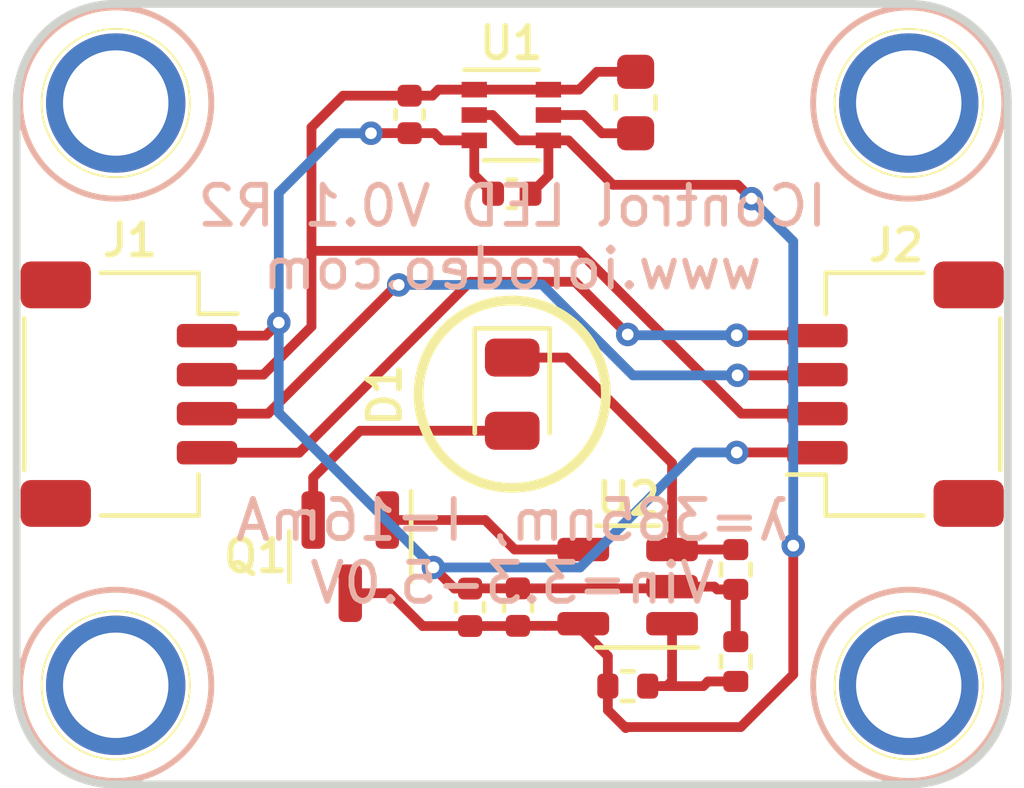
<source format=kicad_pcb>
(kicad_pcb (version 20221018) (generator pcbnew)
  (layers (0 "F.Cu" signal) (31 "B.Cu" signal) (34 "B.Paste" user) (35 "F.Paste" user) (36 "B.SilkS" user "B.Silkscreen") (37 "F.SilkS" user "F.Silkscreen") (38 "B.Mask" user) (39 "F.Mask" user) (44 "Edge.Cuts" user))
  (net 0 "")
  (net 1 "GND")
  (net 2 "/VIN")
  (net 3 "/VL")
  (net 4 "/SCL")
  (net 5 "/SDA")
  (net 6 "/5V")
  (net 7 "Net-(D1-K)")
  (net 8 "Net-(D1-A)")
  (net 9 "Net-(Q1-B)")
  (net 10 "/Vset")
  (footprint "custom_mount_hole:MountingHole_2.5mm_Pad" (layer "F.Cu") (at 52.54 52.54)
    (fp_text reference "M1" hide)
    (fp_text value "MountingHole_2.5mm_Pad" hide)
    (fp_circle (center 0 0) (end 2.45 0) (stroke (width 0.15)) (fill none) (layer "B.SilkS"))
    (fp_circle (center 0 0) (end 1.9 0) (stroke (width 0.05)) (fill none) (layer "F.SilkS"))
    (fp_circle (center 0 0) (end 2.45 0) (stroke (width 0.15)) (fill none) (layer "F.SilkS"))
    (pad "~" thru_hole circle (at 0 0) (size 3.57 3.57) (drill 2.7) (layers "*.Cu" "*.Mask"))
  )
  (footprint "custom_mount_hole:MountingHole_2.5mm_Pad" (layer "F.Cu") (at 72.86 52.54)
    (fp_text reference "M2" hide)
    (fp_text value "MountingHole_2.5mm_Pad" hide)
    (fp_circle (center 0 0) (end 2.45 0) (stroke (width 0.15)) (fill none) (layer "B.SilkS"))
    (fp_circle (center 0 0) (end 1.9 0) (stroke (width 0.05)) (fill none) (layer "F.SilkS"))
    (fp_circle (center 0 0) (end 2.45 0) (stroke (width 0.15)) (fill none) (layer "F.SilkS"))
    (pad "~" thru_hole circle (at 0 0) (size 3.57 3.57) (drill 2.7) (layers "*.Cu" "*.Mask"))
  )
  (footprint "custom_mount_hole:MountingHole_2.5mm_Pad" (layer "F.Cu") (at 72.86 67.46)
    (fp_text reference "M3" hide)
    (fp_text value "MountingHole_2.5mm_Pad" hide)
    (fp_circle (center 0 0) (end 2.45 0) (stroke (width 0.15)) (fill none) (layer "B.SilkS"))
    (fp_circle (center 0 0) (end 1.9 0) (stroke (width 0.05)) (fill none) (layer "F.SilkS"))
    (fp_circle (center 0 0) (end 2.45 0) (stroke (width 0.15)) (fill none) (layer "F.SilkS"))
    (pad "~" thru_hole circle (at 0 0) (size 3.57 3.57) (drill 2.7) (layers "*.Cu" "*.Mask"))
  )
  (footprint "custom_mount_hole:MountingHole_2.5mm_Pad" (layer "F.Cu") (at 52.54 67.46)
    (fp_text reference "M4" hide)
    (fp_text value "MountingHole_2.5mm_Pad" hide)
    (fp_circle (center 0 0) (end 2.45 0) (stroke (width 0.15)) (fill none) (layer "B.SilkS"))
    (fp_circle (center 0 0) (end 1.9 0) (stroke (width 0.05)) (fill none) (layer "F.SilkS"))
    (fp_circle (center 0 0) (end 2.45 0) (stroke (width 0.15)) (fill none) (layer "F.SilkS"))
    (pad "~" thru_hole circle (at 0 0) (size 3.57 3.57) (drill 2.7) (layers "*.Cu" "*.Mask"))
  )
  (footprint "LED_SMD:LED_0805_2012Metric" (layer "F.Cu") (at 62.7 60 -90)
    (fp_text reference "D1" (at 0.0202 3.264 -90) (layer "F.SilkS") (effects (font (size 0.8 0.8))))
    (fp_text value "LED" hide)
    (fp_line (start -1.685 -0.96) (end -1.685 0.96) (stroke (width 0.12)) (layer "F.SilkS"))
    (fp_line (start -1.685 0.96) (end 1 0.96) (stroke (width 0.12)) (layer "F.SilkS"))
    (fp_line (start 1 -0.96) (end -1.685 -0.96) (stroke (width 0.12)) (layer "F.SilkS"))
    (pad "1" smd roundrect (at -0.9375 0 270) (size 0.975 1.4) (layers "F.Cu" "F.Paste" "F.Mask") (net 7 "Net-(D1-K)"))
    (pad "2" smd roundrect (at 0.9375 0 270) (size 0.975 1.4) (layers "F.Cu" "F.Paste" "F.Mask") (net 8 "Net-(D1-A)"))
  )
  (footprint "JST_SH_SM04B_custom:JST_SH_SM04B-SRSS-TB_1x04-1MP_P1.00mm_Horizontal" (layer "F.Cu") (at 52.88 60 -90)
    (fp_text reference "J1" (at -3.9422 -0.0298) (layer "F.SilkS") (effects (font (size 0.8 0.8))))
    (fp_text value "Conn_01x04" hide)
    (fp_line (start -3.11 -1.785) (end -2.06 -1.785) (stroke (width 0.12)) (layer "F.SilkS"))
    (fp_line (start -3.11 0.715) (end -3.11 -1.785) (stroke (width 0.12)) (layer "F.SilkS"))
    (fp_line (start -2.06 -1.785) (end -2.06 -2.775) (stroke (width 0.12)) (layer "F.SilkS"))
    (fp_line (start -1.94 2.685) (end 1.94 2.685) (stroke (width 0.12)) (layer "F.SilkS"))
    (fp_line (start 3.11 -1.785) (end 2.06 -1.785) (stroke (width 0.12)) (layer "F.SilkS"))
    (fp_line (start 3.11 0.715) (end 3.11 -1.785) (stroke (width 0.12)) (layer "F.SilkS"))
    (pad "1" smd roundrect (at -1.5 -2 270) (size 0.6 1.55) (layers "F.Cu" "F.Paste" "F.Mask") (net 1 "GND"))
    (pad "2" smd roundrect (at -0.5 -2 270) (size 0.6 1.55) (layers "F.Cu" "F.Paste" "F.Mask") (net 2 "/VIN"))
    (pad "3" smd roundrect (at 0.5 -2 270) (size 0.6 1.55) (layers "F.Cu" "F.Paste" "F.Mask") (net 5 "/SDA"))
    (pad "4" smd roundrect (at 1.5 -2 270) (size 0.6 1.55) (layers "F.Cu" "F.Paste" "F.Mask") (net 4 "/SCL"))
    (pad "MP" smd roundrect (at -2.8 1.875 270) (size 1.2 1.8) (layers "F.Cu" "F.Paste" "F.Mask") (roundrect_rratio 0.2083333333))
    (pad "MP" smd roundrect (at 2.8 1.875 270) (size 1.2 1.8) (layers "F.Cu" "F.Paste" "F.Mask") (roundrect_rratio 0.2083333333))
  )
  (footprint "JST_SH_SM04B_custom:JST_SH_SM04B-SRSS-TB_1x04-1MP_P1.00mm_Horizontal" (layer "F.Cu") (at 72.52 60 90)
    (fp_text reference "J2" (at 3.8152 0.0208 180) (layer "F.SilkS") (effects (font (size 0.8 0.8))))
    (fp_text value "Conn_01x04" hide)
    (fp_line (start -3.11 -1.785) (end -2.06 -1.785) (stroke (width 0.12)) (layer "F.SilkS"))
    (fp_line (start -3.11 0.715) (end -3.11 -1.785) (stroke (width 0.12)) (layer "F.SilkS"))
    (fp_line (start -2.06 -1.785) (end -2.06 -2.775) (stroke (width 0.12)) (layer "F.SilkS"))
    (fp_line (start -1.94 2.685) (end 1.94 2.685) (stroke (width 0.12)) (layer "F.SilkS"))
    (fp_line (start 3.11 -1.785) (end 2.06 -1.785) (stroke (width 0.12)) (layer "F.SilkS"))
    (fp_line (start 3.11 0.715) (end 3.11 -1.785) (stroke (width 0.12)) (layer "F.SilkS"))
    (pad "1" smd roundrect (at -1.5 -2 90) (size 0.6 1.55) (layers "F.Cu" "F.Paste" "F.Mask") (net 1 "GND"))
    (pad "2" smd roundrect (at -0.5 -2 90) (size 0.6 1.55) (layers "F.Cu" "F.Paste" "F.Mask") (net 2 "/VIN"))
    (pad "3" smd roundrect (at 0.5 -2 90) (size 0.6 1.55) (layers "F.Cu" "F.Paste" "F.Mask") (net 5 "/SDA"))
    (pad "4" smd roundrect (at 1.5 -2 90) (size 0.6 1.55) (layers "F.Cu" "F.Paste" "F.Mask") (net 4 "/SCL"))
    (pad "MP" smd roundrect (at -2.8 1.875 90) (size 1.2 1.8) (layers "F.Cu" "F.Paste" "F.Mask") (roundrect_rratio 0.2083333333))
    (pad "MP" smd roundrect (at 2.8 1.875 90) (size 1.2 1.8) (layers "F.Cu" "F.Paste" "F.Mask") (roundrect_rratio 0.2083333333))
  )
  (footprint "Resistor_SMD:R_0402_1005Metric" (layer "F.Cu") (at 68.4276 64.4926 -90)
    (fp_text reference "R1" hide)
    (fp_text value "10" hide)
    (fp_line (start -0.153641 -0.38) (end 0.153641 -0.38) (stroke (width 0.12)) (layer "F.SilkS"))
    (fp_line (start -0.153641 0.38) (end 0.153641 0.38) (stroke (width 0.12)) (layer "F.SilkS"))
    (pad "1" smd roundrect (at -0.51 0 270) (size 0.54 0.64) (layers "F.Cu" "F.Paste" "F.Mask") (net 7 "Net-(D1-K)"))
    (pad "2" smd roundrect (at 0.51 0 270) (size 0.54 0.64) (layers "F.Cu" "F.Paste" "F.Mask") (net 1 "GND"))
  )
  (footprint "Package_TO_SOT_SMD:SOT-23-5" (layer "F.Cu") (at 65.6577 64.931 180)
    (fp_text reference "U2" (at -0.0125 2.25) (layer "F.SilkS") (effects (font (size 0.8 0.8) (thickness 0.15) bold)))
    (fp_text value "LMV321")
    (fp_line (start 0 -1.56) (end -1.8 -1.56) (stroke (width 0.12)) (layer "F.SilkS"))
    (fp_line (start 0 -1.56) (end 0.8 -1.56) (stroke (width 0.12)) (layer "F.SilkS"))
    (fp_line (start 0 1.56) (end -0.8 1.56) (stroke (width 0.12)) (layer "F.SilkS"))
    (fp_line (start 0 1.56) (end 0.8 1.56) (stroke (width 0.12)) (layer "F.SilkS"))
    (pad "1" smd roundrect (at -1.1375 -0.95 180) (size 1.325 0.6) (layers "F.Cu" "F.Paste" "F.Mask") (net 10 "/Vset"))
    (pad "2" smd roundrect (at -1.1375 0 180) (size 1.325 0.6) (layers "F.Cu" "F.Paste" "F.Mask") (net 1 "GND"))
    (pad "3" smd roundrect (at -1.1375 0.95 180) (size 1.325 0.6) (layers "F.Cu" "F.Paste" "F.Mask") (net 7 "Net-(D1-K)"))
    (pad "4" smd roundrect (at 1.1375 0.95 180) (size 1.325 0.6) (layers "F.Cu" "F.Paste" "F.Mask") (net 9 "Net-(Q1-B)"))
    (pad "5" smd roundrect (at 1.1375 -0.95 180) (size 1.325 0.6) (layers "F.Cu" "F.Paste" "F.Mask") (net 6 "/5V"))
  )
  (footprint "Capacitor_SMD:C_0402_1005Metric" (layer "F.Cu") (at 62.8452 65.456 90)
    (fp_text reference "C3" hide)
    (fp_text value "0.1uF" hide)
    (fp_line (start -0.107836 -0.36) (end 0.107836 -0.36) (stroke (width 0.12)) (layer "F.SilkS"))
    (fp_line (start -0.107836 0.36) (end 0.107836 0.36) (stroke (width 0.12)) (layer "F.SilkS"))
    (pad "1" smd roundrect (at -0.48 0 90) (size 0.56 0.62) (layers "F.Cu" "F.Paste" "F.Mask") (net 6 "/5V"))
    (pad "2" smd roundrect (at 0.48 0 90) (size 0.56 0.62) (layers "F.Cu" "F.Paste" "F.Mask") (net 1 "GND"))
  )
  (footprint "Resistor_SMD:R_0402_1005Metric" (layer "F.Cu") (at 68.4276 66.8508 90)
    (fp_text reference "R3" hide)
    (fp_text value "1k" hide)
    (fp_line (start -0.153641 -0.38) (end 0.153641 -0.38) (stroke (width 0.12)) (layer "F.SilkS"))
    (fp_line (start -0.153641 0.38) (end 0.153641 0.38) (stroke (width 0.12)) (layer "F.SilkS"))
    (pad "1" smd roundrect (at -0.51 0 90) (size 0.54 0.64) (layers "F.Cu" "F.Paste" "F.Mask") (net 10 "/Vset"))
    (pad "2" smd roundrect (at 0.51 0 90) (size 0.54 0.64) (layers "F.Cu" "F.Paste" "F.Mask") (net 1 "GND"))
  )
  (footprint "Inductor_SMD:L_0603_1608Metric" (layer "F.Cu") (at 65.8622 52.5272 -90)
    (fp_text reference "L1" hide)
    (fp_text value "4.7uF" hide)
    (fp_line (start -0.162779 -0.51) (end 0.162779 -0.51) (stroke (width 0.12)) (layer "F.SilkS"))
    (fp_line (start -0.162779 0.51) (end 0.162779 0.51) (stroke (width 0.12)) (layer "F.SilkS"))
    (pad "1" smd roundrect (at -0.7875 0 270) (size 0.875 0.95) (layers "F.Cu" "F.Paste" "F.Mask") (net 2 "/VIN"))
    (pad "2" smd roundrect (at 0.7875 0 270) (size 0.875 0.95) (layers "F.Cu" "F.Paste" "F.Mask") (net 3 "/VL"))
  )
  (footprint "Resistor_SMD:R_0402_1005Metric" (layer "F.Cu") (at 65.6602 67.481)
    (fp_text reference "R2" hide)
    (fp_text value "30k" hide)
    (fp_line (start -0.153641 -0.38) (end 0.153641 -0.38) (stroke (width 0.12)) (layer "F.SilkS"))
    (fp_line (start -0.153641 0.38) (end 0.153641 0.38) (stroke (width 0.12)) (layer "F.SilkS"))
    (pad "1" smd roundrect (at -0.51 0) (size 0.54 0.64) (layers "F.Cu" "F.Paste" "F.Mask") (net 6 "/5V"))
    (pad "2" smd roundrect (at 0.51 0) (size 0.54 0.64) (layers "F.Cu" "F.Paste" "F.Mask") (net 10 "/Vset"))
  )
  (footprint "Capacitor_SMD:C_0402_1005Metric" (layer "F.Cu") (at 60.071 52.832 90)
    (fp_text reference "C1" hide)
    (fp_text value "10uF" hide)
    (fp_line (start -0.107836 -0.36) (end 0.107836 -0.36) (stroke (width 0.12)) (layer "F.SilkS"))
    (fp_line (start -0.107836 0.36) (end 0.107836 0.36) (stroke (width 0.12)) (layer "F.SilkS"))
    (pad "1" smd roundrect (at -0.48 0 90) (size 0.56 0.62) (layers "F.Cu" "F.Paste" "F.Mask") (net 1 "GND"))
    (pad "2" smd roundrect (at 0.48 0 90) (size 0.56 0.62) (layers "F.Cu" "F.Paste" "F.Mask") (net 2 "/VIN"))
  )
  (footprint "Package_TO_SOT_SMD:SOT-363_SC-70-6" (layer "F.Cu") (at 62.677 52.847)
    (fp_text reference "U1" (at 0 -1.8438) (layer "F.SilkS") (effects (font (size 0.8 0.8))))
    (fp_text value "TPS61222DCK" hide)
    (fp_line (start -0.7 1.16) (end 0.7 1.16) (stroke (width 0.12)) (layer "F.SilkS"))
    (fp_line (start 0.7 -1.16) (end -1.2 -1.16) (stroke (width 0.12)) (layer "F.SilkS"))
    (pad "1" smd rect (at -0.95 -0.65) (size 0.65 0.4) (layers "F.Cu" "F.Paste" "F.Mask") (net 2 "/VIN"))
    (pad "2" smd rect (at -0.95 0) (size 0.65 0.4) (layers "F.Cu" "F.Paste" "F.Mask") (net 6 "/5V"))
    (pad "3" smd rect (at -0.95 0.65) (size 0.65 0.4) (layers "F.Cu" "F.Paste" "F.Mask") (net 1 "GND"))
    (pad "4" smd rect (at 0.95 0.65) (size 0.65 0.4) (layers "F.Cu" "F.Paste" "F.Mask") (net 6 "/5V"))
    (pad "5" smd rect (at 0.95 0) (size 0.65 0.4) (layers "F.Cu" "F.Paste" "F.Mask") (net 3 "/VL"))
    (pad "6" smd rect (at 0.95 -0.65) (size 0.65 0.4) (layers "F.Cu" "F.Paste" "F.Mask") (net 2 "/VIN"))
  )
  (footprint "Capacitor_SMD:C_0402_1005Metric" (layer "F.Cu") (at 61.6202 65.461 90)
    (fp_text reference "C4" hide)
    (fp_text value "10uF" hide)
    (fp_line (start -0.107836 -0.36) (end 0.107836 -0.36) (stroke (width 0.12)) (layer "F.SilkS"))
    (fp_line (start -0.107836 0.36) (end 0.107836 0.36) (stroke (width 0.12)) (layer "F.SilkS"))
    (pad "1" smd roundrect (at -0.48 0 90) (size 0.56 0.62) (layers "F.Cu" "F.Paste" "F.Mask") (net 6 "/5V"))
    (pad "2" smd roundrect (at 0.48 0 90) (size 0.56 0.62) (layers "F.Cu" "F.Paste" "F.Mask") (net 1 "GND"))
  )
  (footprint "Package_TO_SOT_SMD:SOT-23" (layer "F.Cu") (at 58.55 64.1625 -90)
    (fp_text reference "Q1" (at -0.0125 2.425 -180) (layer "F.SilkS") (effects (font (size 0.8 0.8) (thickness 0.15) bold)))
    (fp_text value "MMBT5551L" hide)
    (fp_line (start 0 -1.56) (end -1.675 -1.56) (stroke (width 0.12)) (layer "F.SilkS"))
    (fp_line (start 0 -1.56) (end 0.65 -1.56) (stroke (width 0.12)) (layer "F.SilkS"))
    (fp_line (start 0 1.56) (end -0.65 1.56) (stroke (width 0.12)) (layer "F.SilkS"))
    (fp_line (start 0 1.56) (end 0.65 1.56) (stroke (width 0.12)) (layer "F.SilkS"))
    (pad "1" smd roundrect (at -0.9375 -0.95 270) (size 1.475 0.6) (layers "F.Cu" "F.Paste" "F.Mask") (net 9 "Net-(Q1-B)"))
    (pad "2" smd roundrect (at -0.9375 0.95 270) (size 1.475 0.6) (layers "F.Cu" "F.Paste" "F.Mask") (net 8 "Net-(D1-A)"))
    (pad "3" smd roundrect (at 0.9375 0 270) (size 1.475 0.6) (layers "F.Cu" "F.Paste" "F.Mask") (net 6 "/5V"))
  )
  (footprint "Capacitor_SMD:C_0402_1005Metric" (layer "F.Cu") (at 62.6898 54.864)
    (fp_text reference "C2" hide)
    (fp_text value "10uF" hide)
    (fp_line (start -0.107836 -0.36) (end 0.107836 -0.36) (stroke (width 0.12)) (layer "F.SilkS"))
    (fp_line (start -0.107836 0.36) (end 0.107836 0.36) (stroke (width 0.12)) (layer "F.SilkS"))
    (pad "1" smd roundrect (at -0.48 0) (size 0.56 0.62) (layers "F.Cu" "F.Paste" "F.Mask") (net 1 "GND"))
    (pad "2" smd roundrect (at 0.48 0) (size 0.56 0.62) (layers "F.Cu" "F.Paste" "F.Mask") (net 6 "/5V"))
  )
  (gr_circle (center 62.7 60) (end 65.1 60) (stroke (width 0.25)) (fill none) (layer "F.SilkS"))
  (gr_arc (start 72.9 50) (mid 74.667767 50.732233) (end 75.4 52.5) (stroke (width 0.2)) (layer "Edge.Cuts"))
  (gr_arc (start 52.5 70) (mid 50.732233 69.267767) (end 50 67.5) (stroke (width 0.2)) (layer "Edge.Cuts"))
  (gr_line (start 52.5 50) (end 72.9 50) (stroke (width 0.2)) (layer "Edge.Cuts"))
  (gr_arc (start 50 52.5) (mid 50.732233 50.732233) (end 52.5 50) (stroke (width 0.2)) (layer "Edge.Cuts"))
  (gr_arc (start 75.4 67.5) (mid 74.667767 69.267767) (end 72.9 70) (stroke (width 0.2)) (layer "Edge.Cuts"))
  (gr_line (start 50 52.5) (end 50 67.5) (stroke (width 0.2)) (layer "Edge.Cuts"))
  (gr_line (start 52.5 70) (end 72.9 70) (stroke (width 0.2)) (layer "Edge.Cuts"))
  (gr_line (start 75.4 52.5) (end 75.4 67.5) (stroke (width 0.2)) (layer "Edge.Cuts"))
  (gr_text "IControl LED V0.1 R2\nwww.iorodeo.com\n\n\n\nλ=385nm, I=16mA\nVin=3.3-5.0V" (at 62.7 60.01) (layer "B.SilkS") (effects (font (size 1 1)) (justify mirror)))
  (segment (start 61.2218 64.981) (end 60.6806 64.4398) (width 0.25) (layer "F.Cu") (net 1))
  (segment (start 68.4276 65.0026) (end 68.4276 66.3408) (width 0.25) (layer "F.Cu") (net 1))
  (segment (start 60.071 53.312) (end 60.7034 53.312) (width 0.25) (layer "F.Cu") (net 1))
  (segment (start 60.7034 53.312) (end 60.8884 53.497) (width 0.25) (layer "F.Cu") (net 1))
  (segment (start 62.8452 64.976) (end 61.6252 64.976) (width 0.25) (layer "F.Cu") (net 1))
  (segment (start 68.4276 65.0026) (end 67.949 65.0026) (width 0.25) (layer "F.Cu") (net 1))
  (segment (start 70.3134 61.4934) (end 70.32 61.5) (width 0.25) (layer "F.Cu") (net 1))
  (segment (start 62.8452 64.976) (end 63.9452 64.976) (width 0.25) (layer "F.Cu") (net 1))
  (segment (start 67.949 65.0026) (end 67.8774 64.931) (width 0.25) (layer "F.Cu") (net 1))
  (segment (start 68.453 61.4934) (end 70.4134 61.4934) (width 0.25) (layer "F.Cu") (net 1))
  (segment (start 59.083 53.312) (end 59.0804 53.3146) (width 0.25) (layer "F.Cu") (net 1))
  (segment (start 56.3842 58.5) (end 54.98 58.5) (width 0.25) (layer "F.Cu") (net 1))
  (segment (start 70.4134 61.4934) (end 70.42 61.5) (width 0.25) (layer "F.Cu") (net 1))
  (segment (start 56.3842 58.5) (end 56.7182 58.166) (width 0.25) (layer "F.Cu") (net 1))
  (segment (start 70.7684 61.4934) (end 70.775 61.5) (width 0.25) (layer "F.Cu") (net 1))
  (segment (start 70.3634 61.4934) (end 70.37 61.5) (width 0.25) (layer "F.Cu") (net 1))
  (segment (start 61.727 54.3812) (end 62.2098 54.864) (width 0.25) (layer "F.Cu") (net 1))
  (segment (start 61.6202 64.981) (end 61.2218 64.981) (width 0.25) (layer "F.Cu") (net 1))
  (segment (start 66.7502 64.976) (end 66.7952 64.931) (width 0.25) (layer "F.Cu") (net 1))
  (segment (start 60.8884 53.497) (end 61.727 53.497) (width 0.25) (layer "F.Cu") (net 1))
  (segment (start 67.8774 64.931) (end 66.7952 64.931) (width 0.25) (layer "F.Cu") (net 1))
  (segment (start 60.071 53.312) (end 59.083 53.312) (width 0.25) (layer "F.Cu") (net 1))
  (segment (start 61.727 53.497) (end 61.727 54.3812) (width 0.25) (layer "F.Cu") (net 1))
  (segment (start 63.9452 64.976) (end 66.7502 64.976) (width 0.25) (layer "F.Cu") (net 1))
  (segment (start 61.6252 64.976) (end 61.6202 64.981) (width 0.25) (layer "F.Cu") (net 1))
  (via (at 60.6806 64.4398) (size 0.6) (drill 0.3) (layers "F.Cu" "B.Cu") (net 1))
  (via (at 56.7182 58.166) (size 0.6) (drill 0.3) (layers "F.Cu" "B.Cu") (net 1))
  (via (at 59.0804 53.3146) (size 0.6) (drill 0.3) (layers "F.Cu" "B.Cu") (net 1))
  (via (at 68.453 61.4934) (size 0.6) (drill 0.3) (layers "F.Cu" "B.Cu") (net 1))
  (segment (start 67.3862 61.4934) (end 68.453 61.4934) (width 0.25) (layer "B.Cu") (net 1))
  (segment (start 56.7182 54.8386) (end 58.2422 53.3146) (width 0.25) (layer "B.Cu") (net 1))
  (segment (start 60.6806 64.4398) (end 64.4398 64.4398) (width 0.25) (layer "B.Cu") (net 1))
  (segment (start 64.4398 64.4398) (end 67.3862 61.4934) (width 0.25) (layer "B.Cu") (net 1))
  (segment (start 56.7182 60.4774) (end 60.6806 64.4398) (width 0.25) (layer "B.Cu") (net 1))
  (segment (start 58.2422 53.3146) (end 59.0804 53.3146) (width 0.25) (layer "B.Cu") (net 1))
  (segment (start 56.7182 58.166) (end 56.7182 54.8386) (width 0.25) (layer "B.Cu") (net 1))
  (segment (start 56.7182 58.166) (end 56.7182 60.4774) (width 0.25) (layer "B.Cu") (net 1))
  (segment (start 60.6526 52.352) (end 60.8076 52.197) (width 0.25) (layer "F.Cu") (net 2))
  (segment (start 60.071 52.352) (end 60.6526 52.352) (width 0.25) (layer "F.Cu") (net 2))
  (segment (start 57.5564 53.1622) (end 58.3666 52.352) (width 0.25) (layer "F.Cu") (net 2))
  (segment (start 56.324 59.5) (end 57.5564 58.2676) (width 0.25) (layer "F.Cu") (net 2))
  (segment (start 64.8717 51.7397) (end 65.8622 51.7397) (width 0.25) (layer "F.Cu") (net 2))
  (segment (start 64.4144 52.197) (end 64.8717 51.7397) (width 0.25) (layer "F.Cu") (net 2))
  (segment (start 57.5564 56.3372) (end 57.5564 53.1622) (width 0.25) (layer "F.Cu") (net 2))
  (segment (start 57.5661 56.3275) (end 64.399584 56.3275) (width 0.25) (layer "F.Cu") (net 2))
  (segment (start 57.5564 58.2676) (end 57.5564 56.3372) (width 0.25) (layer "F.Cu") (net 2))
  (segment (start 63.627 52.197) (end 64.4144 52.197) (width 0.25) (layer "F.Cu") (net 2))
  (segment (start 57.5564 56.3372) (end 57.5661 56.3275) (width 0.25) (layer "F.Cu") (net 2))
  (segment (start 56.324 59.5) (end 54.98 59.5) (width 0.25) (layer "F.Cu") (net 2))
  (segment (start 58.3666 52.352) (end 60.071 52.352) (width 0.25) (layer "F.Cu") (net 2))
  (segment (start 64.399584 56.3275) (end 68.572084 60.5) (width 0.25) (layer "F.Cu") (net 2))
  (segment (start 68.572084 60.5) (end 70.42 60.5) (width 0.25) (layer "F.Cu") (net 2))
  (segment (start 61.727 52.197) (end 63.627 52.197) (width 0.25) (layer "F.Cu") (net 2))
  (segment (start 60.8076 52.197) (end 61.727 52.197) (width 0.25) (layer "F.Cu") (net 2))
  (segment (start 64.531 52.847) (end 63.627 52.847) (width 0.25) (layer "F.Cu") (net 3))
  (segment (start 65.8622 53.3147) (end 64.9987 53.3147) (width 0.25) (layer "F.Cu") (net 3))
  (segment (start 64.9987 53.3147) (end 64.531 52.847) (width 0.25) (layer "F.Cu") (net 3))
  (segment (start 57.24 61.5) (end 54.98 61.5) (width 0.25) (layer "F.Cu") (net 4))
  (segment (start 61.62 57.12) (end 57.24 61.5) (width 0.25) (layer "F.Cu") (net 4))
  (segment (start 68.453 58.49) (end 70.41 58.49) (width 0.25) (layer "F.Cu") (net 4))
  (segment (start 70.36 58.49) (end 70.37 58.5) (width 0.25) (layer "F.Cu") (net 4))
  (segment (start 70.41 58.49) (end 70.42 58.5) (width 0.25) (layer "F.Cu") (net 4))
  (segment (start 65.659 58.4708) (end 64.3082 57.12) (width 0.25) (layer "F.Cu") (net 4))
  (segment (start 70.31 58.49) (end 70.32 58.5) (width 0.25) (layer "F.Cu") (net 4))
  (segment (start 64.3082 57.12) (end 61.62 57.12) (width 0.25) (layer "F.Cu") (net 4))
  (via (at 68.453 58.49) (size 0.6) (drill 0.3) (layers "F.Cu" "B.Cu") (net 4))
  (via (at 65.659 58.4708) (size 0.6) (drill 0.3) (layers "F.Cu" "B.Cu") (net 4))
  (segment (start 68.453 58.49) (end 65.6782 58.49) (width 0.25) (layer "B.Cu") (net 4))
  (segment (start 65.6782 58.49) (end 65.659 58.4708) (width 0.25) (layer "B.Cu") (net 4))
  (segment (start 59.7916 57.2008) (end 59.7408 57.2008) (width 0.25) (layer "F.Cu") (net 5))
  (segment (start 68.472931 59.517669) (end 70.402331 59.517669) (width 0.25) (layer "F.Cu") (net 5))
  (segment (start 68.472931 59.517669) (end 68.4906 59.5) (width 0.25) (layer "F.Cu") (net 5))
  (segment (start 70.402331 59.517669) (end 70.42 59.5) (width 0.25) (layer "F.Cu") (net 5))
  (segment (start 59.7408 57.2008) (end 56.4416 60.5) (width 0.25) (layer "F.Cu") (net 5))
  (segment (start 56.4416 60.5) (end 54.98 60.5) (width 0.25) (layer "F.Cu") (net 5))
  (segment (start 68.472931 59.517669) (end 68.455262 59.5) (width 0.25) (layer "F.Cu") (net 5))
  (segment (start 70.352331 59.517669) (end 70.37 59.5) (width 0.25) (layer "F.Cu") (net 5))
  (via (at 59.7916 57.2008) (size 0.6) (drill 0.3) (layers "F.Cu" "B.Cu") (net 5))
  (via (at 68.472931 59.517669) (size 0.6) (drill 0.3) (layers "F.Cu" "B.Cu") (net 5))
  (segment (start 61.4492 57.2008) (end 59.7916 57.2008) (width 0.25) (layer "B.Cu") (net 5))
  (segment (start 68.472931 59.517669) (end 65.791469 59.517669) (width 0.25) (layer "B.Cu") (net 5))
  (segment (start 65.791469 59.517669) (end 63.4638 57.19) (width 0.25) (layer "B.Cu") (net 5))
  (segment (start 61.46 57.19) (end 61.4492 57.2008) (width 0.25) (layer "B.Cu") (net 5))
  (segment (start 63.4638 57.19) (end 61.46 57.19) (width 0.25) (layer "B.Cu") (net 5))
  (segment (start 63.627 54.4068) (end 63.1698 54.864) (width 0.25) (layer "F.Cu") (net 6))
  (segment (start 64.5202 65.881) (end 64.5202 66.081) (width 0.25) (layer "F.Cu") (net 6))
  (segment (start 62.8402 65.941) (end 62.8452 65.936) (width 0.25) (layer "F.Cu") (net 6))
  (segment (start 63.5452 65.936) (end 64.4652 65.936) (width 0.25) (layer "F.Cu") (net 6))
  (segment (start 61.6202 65.941) (end 60.4038 65.941) (width 0.25) (layer "F.Cu") (net 6))
  (segment (start 65.6082 68.5546) (end 65.1502 68.0966) (width 0.25) (layer "F.Cu") (net 6))
  (segment (start 58.55 65.1) (end 58.55 65.5858) (width 0.25) (layer "F.Cu") (net 6))
  (segment (start 62.8452 65.936) (end 63.5452 65.936) (width 0.25) (layer "F.Cu") (net 6))
  (segment (start 61.727 52.847) (end 62.1942 52.847) (width 0.25) (layer "F.Cu") (net 6))
  (segment (start 68.5546 68.5292) (end 65.6336 68.5292) (width 0.25) (layer "F.Cu") (net 6))
  (segment (start 65.1502 66.711) (end 65.1502 67.481) (width 0.25) (layer "F.Cu") (net 6))
  (segment (start 68.4754 54.6354) (end 68.83 54.99) (width 0.25) (layer "F.Cu") (net 6))
  (segment (start 63.627 53.497) (end 64.1396 53.497) (width 0.25) (layer "F.Cu") (net 6))
  (segment (start 65.278 54.6354) (end 68.4754 54.6354) (width 0.25) (layer "F.Cu") (net 6))
  (segment (start 62.1942 52.847) (end 62.8442 53.497) (width 0.25) (layer "F.Cu") (net 6))
  (segment (start 64.5202 66.081) (end 65.1502 66.711) (width 0.25) (layer "F.Cu") (net 6))
  (segment (start 61.6202 65.941) (end 62.8402 65.941) (width 0.25) (layer "F.Cu") (net 6))
  (segment (start 59.5628 65.1) (end 58.55 65.1) (width 0.25) (layer "F.Cu") (net 6))
  (segment (start 65.6336 68.5292) (end 65.6082 68.5546) (width 0.25) (layer "F.Cu") (net 6))
  (segment (start 63.627 53.497) (end 63.627 54.4068) (width 0.25) (layer "F.Cu") (net 6))
  (segment (start 64.1396 53.497) (end 65.278 54.6354) (width 0.25) (layer "F.Cu") (net 6))
  (segment (start 69.9008 67.183) (end 68.5546 68.5292) (width 0.25) (layer "F.Cu") (net 6))
  (segment (start 60.4038 65.941) (end 59.5628 65.1) (width 0.25) (layer "F.Cu") (net 6))
  (segment (start 69.9008 63.881) (end 69.9008 67.183) (width 0.25) (layer "F.Cu") (net 6))
  (segment (start 62.8442 53.497) (end 63.627 53.497) (width 0.25) (layer "F.Cu") (net 6))
  (segment (start 65.1502 68.0966) (end 65.1502 67.481) (width 0.25) (layer "F.Cu") (net 6))
  (segment (start 64.4652 65.936) (end 64.5202 65.881) (width 0.25) (layer "F.Cu") (net 6))
  (via (at 69.9008 63.881) (size 0.6) (drill 0.3) (layers "F.Cu" "B.Cu") (net 6))
  (via (at 68.83 54.99) (size 0.6) (drill 0.3) (layers "F.Cu" "B.Cu") (net 6))
  (segment (start 69.9008 56.0832) (end 68.83 55.0124) (width 0.25) (layer "B.Cu") (net 6))
  (segment (start 68.83 55.0124) (end 68.83 54.99) (width 0.25) (layer "B.Cu") (net 6))
  (segment (start 69.9008 63.881) (end 69.9008 56.0832) (width 0.25) (layer "B.Cu") (net 6))
  (segment (start 68.426 63.981) (end 68.4276 63.9826) (width 0.25) (layer "F.Cu") (net 7))
  (segment (start 62.7 59.0625) (end 64.0917 59.0625) (width 0.25) (layer "F.Cu") (net 7))
  (segment (start 66.7952 61.766) (end 66.7952 63.981) (width 0.25) (layer "F.Cu") (net 7))
  (segment (start 66.7952 63.981) (end 68.426 63.981) (width 0.25) (layer "F.Cu") (net 7))
  (segment (start 64.0917 59.0625) (end 66.7952 61.766) (width 0.25) (layer "F.Cu") (net 7))
  (segment (start 58.7981 60.9375) (end 62.7 60.9375) (width 0.25) (layer "F.Cu") (net 8))
  (segment (start 57.6 63.225) (end 57.6 62.1356) (width 0.25) (layer "F.Cu") (net 8))
  (segment (start 57.6 62.1356) (end 58.7981 60.9375) (width 0.25) (layer "F.Cu") (net 8))
  (segment (start 62.0058 63.225) (end 59.5 63.225) (width 0.25) (layer "F.Cu") (net 9))
  (segment (start 59.545 63.18) (end 59.5 63.225) (width 0.25) (layer "F.Cu") (net 9))
  (segment (start 64.5202 63.981) (end 62.7618 63.981) (width 0.25) (layer "F.Cu") (net 9))
  (segment (start 62.7618 63.981) (end 62.0058 63.225) (width 0.25) (layer "F.Cu") (net 9))
  (segment (start 66.7952 67.346) (end 66.6602 67.481) (width 0.25) (layer "F.Cu") (net 10))
  (segment (start 67.7164 67.3608) (end 68.4276 67.3608) (width 0.25) (layer "F.Cu") (net 10))
  (segment (start 66.7952 65.881) (end 66.7952 67.196) (width 0.25) (layer "F.Cu") (net 10))
  (segment (start 66.5226 67.481) (end 67.5962 67.481) (width 0.25) (layer "F.Cu") (net 10))
  (segment (start 66.5226 67.481) (end 66.1702 67.481) (width 0.25) (layer "F.Cu") (net 10))
  (segment (start 66.7952 67.196) (end 66.7952 67.346) (width 0.25) (layer "F.Cu") (net 10))
  (segment (start 66.6602 67.481) (end 66.5226 67.481) (width 0.25) (layer "F.Cu") (net 10))
  (segment (start 67.5962 67.481) (end 67.7164 67.3608) (width 0.25) (layer "F.Cu") (net 10))
)
</source>
